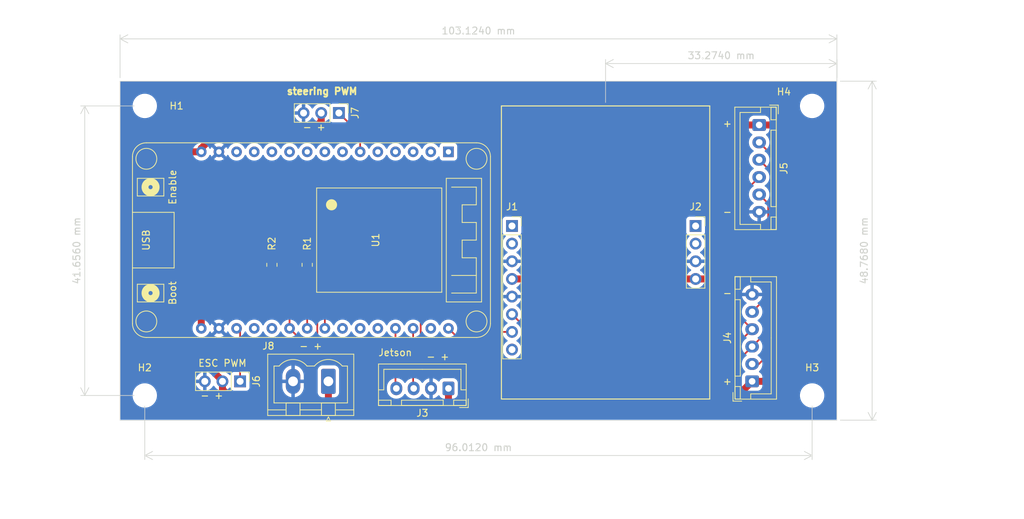
<source format=kicad_pcb>
(kicad_pcb (version 20221018) (generator pcbnew)
  (title_block (title "dirverless car midle board") (date "2023-11-16") (rev "1") (company "NTU Racing") (comment 1 "electrial group") (comment 2 "郭哲明"))
  (layers (0 "F.Cu" signal) (31 "B.Cu" signal) (34 "B.Paste" user) (35 "F.Paste" user) (36 "B.SilkS" user "B.Silkscreen") (37 "F.SilkS" user "F.Silkscreen") (38 "B.Mask" user) (39 "F.Mask" user) (44 "Edge.Cuts" user))
  (net 0 "")
  (net 3 "GND")
  (net 4 "+5V")
  (net 5 "IMU_SDA")
  (net 6 "IMU_SCL")
  (net 10 "hall_1")
  (net 11 "hall_2")
  (net 12 "ESC_PWM")
  (net 13 "steering_PWM")
  (net 14 "Tx")
  (net 15 "Rx")
  (net 29 "Net-(J4-Pin_2)")
  (net 30 "Net-(J4-Pin_5)")
  (net 35 "+3V3")
  (footprint "Connector_Phoenix_MSTB:PhoenixContact_MSTBVA_2,5_2-G-5,08_1x02_P5.08mm_Vertical" (layer "F.Cu") (at 92.456 90.424 180)
    (fp_text reference "J8" (at 8.636 5.08) (layer "F.SilkS"))
    (fp_text value "power")
    (fp_line (start -3.65 -4.91) (end -3.65 3.91) (stroke (width 0.12)) (layer "F.SilkS"))
    (fp_line (start -3.65 -4.1) (end -1.11 -4.1) (stroke (width 0.12)) (layer "F.SilkS"))
    (fp_line (start -3.65 3.91) (end 8.73 3.91) (stroke (width 0.12)) (layer "F.SilkS"))
    (fp_line (start -2.74 -3.1) (end 7.82 -3.1) (stroke (width 0.12)) (layer "F.SilkS"))
    (fp_line (start -2.74 2.2) (end -2.74 -3.1) (stroke (width 0.12)) (layer "F.SilkS"))
    (fp_line (start -2 2.2) (end -2.74 2.2) (stroke (width 0.12)) (layer "F.SilkS"))
    (fp_line (start -1 -4.91) (end 1 -4.91) (stroke (width 0.12)) (layer "F.SilkS"))
    (fp_line (start -1 -3.1) (end -1 -4.91) (stroke (width 0.12)) (layer "F.SilkS"))
    (fp_line (start -0.3 -5.71) (end 0.3 -5.71) (stroke (width 0.12)) (layer "F.SilkS"))
    (fp_line (start 0 -5.11) (end -0.3 -5.71) (stroke (width 0.12)) (layer "F.SilkS"))
    (fp_line (start 0.3 -5.71) (end 0 -5.11) (stroke (width 0.12)) (layer "F.SilkS"))
    (fp_line (start 1 -4.91) (end 1 -3.1) (stroke (width 0.12)) (layer "F.SilkS"))
    (fp_line (start 1 -4.1) (end 4.08 -4.1) (stroke (width 0.12)) (layer "F.SilkS"))
    (fp_line (start 1 -3.1) (end -1 -3.1) (stroke (width 0.12)) (layer "F.SilkS"))
    (fp_line (start 2 2.2) (end 3.08 2.2) (stroke (width 0.12)) (layer "F.SilkS"))
    (fp_line (start 4.08 -4.91) (end 6.08 -4.91) (stroke (width 0.12)) (layer "F.SilkS"))
    (fp_line (start 4.08 -3.1) (end 4.08 -4.91) (stroke (width 0.12)) (layer "F.SilkS"))
    (fp_line (start 6.08 -4.91) (end 6.08 -3.1) (stroke (width 0.12)) (layer "F.SilkS"))
    (fp_line (start 6.08 -3.1) (end 4.08 -3.1) (stroke (width 0.12)) (layer "F.SilkS"))
    (fp_line (start 7.82 -3.1) (end 7.82 2.2) (stroke (width 0.12)) (layer "F.SilkS"))
    (fp_line (start 7.82 2.2) (end 7.08 2.2) (stroke (width 0.12)) (layer "F.SilkS"))
    (fp_line (start 8.73 -4.91) (end -3.65 -4.91) (stroke (width 0.12)) (layer "F.SilkS"))
    (fp_line (start 8.73 -4.1) (end 6.19 -4.1) (stroke (width 0.12)) (layer "F.SilkS"))
    (fp_line (start 8.73 3.91) (end 8.73 -4.91) (stroke (width 0.12)) (layer "F.SilkS"))
    (fp_arc (start 1.986842 2.215821) (mid -0.010289 3.142758) (end -2 2.2) (stroke (width 0.12)) (layer "F.SilkS"))
    (fp_arc (start 7.066842 2.215821) (mid 5.069711 3.142758) (end 3.08 2.2) (stroke (width 0.12)) (layer "F.SilkS"))
    (pad "1" thru_hole roundrect (at 0 0 180) (size 2.08 3.6) (drill 1.4) (layers "*.Cu" "*.Mask") (roundrect_rratio 0.120192) (net 4 "+5V"))
    (pad "2" thru_hole oval (at 5.08 0 180) (size 2.08 3.6) (drill 1.4) (layers "*.Cu" "*.Mask") (net 3 "GND"))
  )
  (footprint "MountingHole:MountingHole_3mm" (layer "F.Cu") (at 66.04 50.8)
    (fp_text reference "H1" (at 4.572 0) (layer "F.SilkS"))
    (fp_text value "MountingHole")
    (pad "" np_thru_hole circle (at 0 0) (size 3 3) (drill 3) (layers "*.Cu" "*.Mask"))
  )
  (footprint "MountingHole:MountingHole_3mm" (layer "F.Cu") (at 162.052 92.456)
    (fp_text reference "H3" (at 0 -4) (layer "F.SilkS"))
    (fp_text value "MountingHole")
    (pad "" np_thru_hole circle (at 0 0) (size 3 3) (drill 3) (layers "*.Cu" "*.Mask"))
  )
  (footprint "Resistor_SMD:R_0805_2012Metric" (layer "F.Cu") (at 89.408 73.66 -90)
    (fp_text reference "R1" (at -3.048 0 90) (layer "F.SilkS"))
    (fp_text value "120")
    (fp_line (start -0.227064 -0.735) (end 0.227064 -0.735) (stroke (width 0.12)) (layer "F.SilkS"))
    (fp_line (start -0.227064 0.735) (end 0.227064 0.735) (stroke (width 0.12)) (layer "F.SilkS"))
    (pad "1" smd roundrect (at -0.9125 0 270) (size 1.025 1.4) (layers "F.Cu" "F.Paste" "F.Mask") (roundrect_rratio 0.243902) (net 35 "+3V3"))
    (pad "2" smd roundrect (at 0.9125 0 270) (size 1.025 1.4) (layers "F.Cu" "F.Paste" "F.Mask") (roundrect_rratio 0.243902) (net 6 "IMU_SCL"))
  )
  (footprint "customLibrary:esp32_devkit_v1_doit" (layer "F.Cu") (at 109.728 70.104 -90)
    (fp_text reference "U1" (at 0 10.47 90) (layer "F.SilkS"))
    (fp_text value "ESP32_DevKit_V1_DOIT")
    (fp_text user "Enable" (at -7.62 39.68 90) (layer "F.SilkS"))
    (fp_text user "USB" (at 0 43.49 90) (layer "F.SilkS"))
    (fp_text user "Boot" (at 7.62 39.68 90) (layer "F.SilkS"))
    (fp_line (start -14 -4.04) (end -14 43.46) (stroke (width 0.12)) (layer "F.SilkS"))
    (fp_line (start -12 -6.04) (end 12 -6.04) (stroke (width 0.12)) (layer "F.SilkS"))
    (fp_line (start -12 45.46) (end 12 45.46) (stroke (width 0.12)) (layer "F.SilkS"))
    (fp_line (start -8.89 -4.77) (end 8.89 -4.77) (stroke (width 0.12)) (layer "F.SilkS"))
    (fp_line (start -8.89 0.31) (end -8.89 -4.77) (stroke (width 0.12)) (layer "F.SilkS"))
    (fp_line (start -8.89 40.95) (end -6.35 40.95) (stroke (width 0.12)) (layer "F.SilkS"))
    (fp_line (start -8.89 44.76) (end -8.89 40.95) (stroke (width 0.12)) (layer "F.SilkS"))
    (fp_line (start -7.62 -4.008) (end -5.08 -4.008) (stroke (width 0.12)) (layer "F.SilkS"))
    (fp_line (start -7.62 -0.452) (end -7.62 -4.008) (stroke (width 0.12)) (layer "F.SilkS"))
    (fp_line (start -7.5 0.96) (end 7.5 0.96) (stroke (width 0.12)) (layer "F.SilkS"))
    (fp_line (start -7.5 18.96) (end -7.5 0.96) (stroke (width 0.12)) (layer "F.SilkS"))
    (fp_line (start -6.35 40.95) (end -6.35 44.76) (stroke (width 0.12)) (layer "F.SilkS"))
    (fp_line (start -6.35 44.76) (end -8.89 44.76) (stroke (width 0.12)) (layer "F.SilkS"))
    (fp_line (start -5.08 -4.008) (end -5.08 -1.976) (stroke (width 0.12)) (layer "F.SilkS"))
    (fp_line (start -5.08 -1.976) (end -2.54 -1.976) (stroke (width 0.12)) (layer "F.SilkS"))
    (fp_line (start -4 39.46) (end -4 45.46) (stroke (width 0.12)) (layer "F.SilkS"))
    (fp_line (start -4 39.46) (end 4 39.46) (stroke (width 0.12)) (layer "F.SilkS"))
    (fp_line (start -2.54 -4.008) (end 0 -4.008) (stroke (width 0.12)) (layer "F.SilkS"))
    (fp_line (start -2.54 -1.976) (end -2.54 -4.008) (stroke (width 0.12)) (layer "F.SilkS"))
    (fp_line (start 0 -4.008) (end 0 -1.976) (stroke (width 0.12)) (layer "F.SilkS"))
    (fp_line (start 0 -1.976) (end 2.54 -1.976) (stroke (width 0.12)) (layer "F.SilkS"))
    (fp_line (start 2.54 -4.008) (end 7.62 -4.008) (stroke (width 0.12)) (layer "F.SilkS"))
    (fp_line (start 2.54 -1.976) (end 2.54 -4.008) (stroke (width 0.12)) (layer "F.SilkS"))
    (fp_line (start 4 39.46) (end 4 45.46) (stroke (width 0.12)) (layer "F.SilkS"))
    (fp_line (start 5.08 -4.008) (end 5.08 -0.452) (stroke (width 0.12)) (layer "F.SilkS"))
    (fp_line (start 6.35 40.95) (end 8.89 40.95) (stroke (width 0.12)) (layer "F.SilkS"))
    (fp_line (start 6.35 44.76) (end 6.35 40.95) (stroke (width 0.12)) (layer "F.SilkS"))
    (fp_line (start 7.5 0.96) (end 7.5 18.96) (stroke (width 0.12)) (layer "F.SilkS"))
    (fp_line (start 7.5 18.96) (end -7.5 18.96) (stroke (width 0.12)) (layer "F.SilkS"))
    (fp_line (start 7.62 -4.008) (end 7.62 -0.452) (stroke (width 0.12)) (layer "F.SilkS"))
    (fp_line (start 8.89 -4.77) (end 8.89 0.31) (stroke (width 0.12)) (layer "F.SilkS"))
    (fp_line (start 8.89 0.31) (end -8.89 0.31) (stroke (width 0.12)) (layer "F.SilkS"))
    (fp_line (start 8.89 40.95) (end 8.89 44.76) (stroke (width 0.12)) (layer "F.SilkS"))
    (fp_line (start 8.89 44.76) (end 6.35 44.76) (stroke (width 0.12)) (layer "F.SilkS"))
    (fp_line (start 14 43.46) (end 14 -4.04) (stroke (width 0.12)) (layer "F.SilkS"))
    (fp_arc (start -14 -4.04) (mid -13.414214 -5.454214) (end -12 -6.04) (stroke (width 0.12)) (layer "F.SilkS"))
    (fp_arc (start -12 45.46) (mid -13.414214 44.874214) (end -14 43.46) (stroke (width 0.12)) (layer "F.SilkS"))
    (fp_arc (start 12 -6.04) (mid 13.414214 -5.454214) (end 14 -4.04) (stroke (width 0.12)) (layer "F.SilkS"))
    (fp_arc (start 14 43.46) (mid 13.414214 44.874214) (end 12 45.46) (stroke (width 0.12)) (layer "F.SilkS"))
    (fp_circle (center -11.7 -4.04) (end -10.2 -4.04) (stroke (width 0.12)) (fill none) (layer "F.SilkS"))
    (fp_circle (center -11.7 43.46) (end -10.2 43.46) (stroke (width 0.12)) (fill none) (layer "F.SilkS"))
    (fp_circle (center -7.62 42.855) (end -7.32 42.855) (stroke (width 1)) (fill none) (layer "F.SilkS"))
    (fp_circle (center -5.08 16.82) (end -4.68 16.82) (stroke (width 0.8)) (fill none) (layer "F.SilkS"))
    (fp_circle (center 7.62 42.855) (end 7.92 42.855) (stroke (width 1)) (fill none) (layer "F.SilkS"))
    (fp_circle (center 11.7 -4.04) (end 13.2 -4.04) (stroke (width 0.12)) (fill none) (layer "F.SilkS"))
    (fp_circle (center 11.7 43.46) (end 13.2 43.46) (stroke (width 0.12)) (fill none) (layer "F.SilkS"))
    (pad "1" thru_hole rect (at -12.7 0 270) (size 1.524 1.524) (drill 0.762) (layers "*.Cu" "*.Mask"))
    (pad "2" thru_hole circle (at -12.7 2.54 270) (size 1.524 1.524) (drill 0.762) (layers "*.Cu" "*.Mask"))
    (pad "3" thru_hole circle (at -12.7 5.08 270) (size 1.524 1.524) (drill 0.762) (layers "*.Cu" "*.Mask"))
    (pad "4" thru_hole circle (at -12.7 7.62 270) (size 1.524 1.524) (drill 0.762) (layers "*.Cu" "*.Mask"))
    (pad "5" thru_hole circle (at -12.7 10.16 270) (size 1.524 1.524) (drill 0.762) (layers "*.Cu" "*.Mask"))
    (pad "6" thru_hole circle (at -12.7 12.7 270) (size 1.524 1.524) (drill 0.762) (layers "*.Cu" "*.Mask") (net 13 "steering_PWM"))
    (pad "7" thru_hole circle (at -12.7 15.24 270) (size 1.524 1.524) (drill 0.762) (layers "*.Cu" "*.Mask"))
    (pad "8" thru_hole circle (at -12.7 17.78 270) (size 1.524 1.524) (drill 0.762) (layers "*.Cu" "*.Mask"))
    (pad "9" thru_hole circle (at -12.7 20.32 270) (size 1.524 1.524) (drill 0.762) (layers "*.Cu" "*.Mask"))
    (pad "10" thru_hole circle (at -12.7 22.86 270) (size 1.524 1.524) (drill 0.762) (layers "*.Cu" "*.Mask"))
    (pad "11" thru_hole circle (at -12.7 25.4 270) (size 1.524 1.524) (drill 0.762) (layers "*.Cu" "*.Mask"))
    (pad "12" thru_hole circle (at -12.7 27.94 270) (size 1.524 1.524) (drill 0.762) (layers "*.Cu" "*.Mask"))
    (pad "13" thru_hole circle (at -12.7 30.48 270) (size 1.524 1.524) (drill 0.762) (layers "*.Cu" "*.Mask"))
    (pad "14" thru_hole circle (at -12.7 33.02 270) (size 1.524 1.524) (drill 0.762) (layers "*.Cu" "*.Mask") (net 3 "GND"))
    (pad "15" thru_hole circle (at -12.7 35.56 270) (size 1.524 1.524) (drill 0.762) (layers "*.Cu" "*.Mask") (net 4 "+5V"))
    (pad "16" thru_hole circle (at 12.7 35.56 270) (size 1.524 1.524) (drill 0.762) (layers "*.Cu" "*.Mask") (net 35 "+3V3"))
    (pad "17" thru_hole circle (at 12.7 33.02 270) (size 1.524 1.524) (drill 0.762) (layers "*.Cu" "*.Mask") (net 3 "GND"))
    (pad "18" thru_hole circle (at 12.7 30.48 270) (size 1.524 1.524) (drill 0.762) (layers "*.Cu" "*.Mask") (net 12 "ESC_PWM"))
    (pad "19" thru_hole circle (at 12.7 27.94 270) (size 1.524 1.524) (drill 0.762) (layers "*.Cu" "*.Mask"))
    (pad "20" thru_hole circle (at 12.7 25.4 270) (size 1.524 1.524) (drill 0.762) (layers "*.Cu" "*.Mask"))
    (pad "21" thru_hole circle (at 12.7 22.86 270) (size 1.524 1.524) (drill 0.762) (layers "*.Cu" "*.Mask") (net 5 "IMU_SDA"))
    (pad "22" thru_hole circle (at 12.7 20.32 270) (size 1.524 1.524) (drill 0.762) (layers "*.Cu" "*.Mask") (net 6 "IMU_SCL"))
    (pad "23" thru_hole circle (at 12.7 17.78 270) (size 1.524 1.524) (drill 0.762) (layers "*.Cu" "*.Mask") (net 10 "hall_1"))
    (pad "24" thru_hole circle (at 12.7 15.24 270) (size 1.524 1.524) (drill 0.762) (layers "*.Cu" "*.Mask"))
    (pad "25" thru_hole circle (at 12.7 12.7 270) (size 1.524 1.524) (drill 0.762) (layers "*.Cu" "*.Mask"))
    (pad "26" thru_hole circle (at 12.7 10.16 270) (size 1.524 1.524) (drill 0.762) (layers "*.Cu" "*.Mask"))
    (pad "27" thru_hole circle (at 12.7 7.62 270) (size 1.524 1.524) (drill 0.762) (layers "*.Cu" "*.Mask") (net 15 "Rx"))
    (pad "28" thru_hole circle (at 12.7 5.08 270) (size 1.524 1.524) (drill 0.762) (layers "*.Cu" "*.Mask") (net 14 "Tx"))
    (pad "29" thru_hole circle (at 12.7 2.54 270) (size 1.524 1.524) (drill 0.762) (layers "*.Cu" "*.Mask"))
    (pad "30" thru_hole circle (at 12.7 0 270) (size 1.524 1.524) (drill 0.762) (layers "*.Cu" "*.Mask") (net 11 "hall_2"))
  )
  (footprint "Connector_PinHeader_2.54mm:PinHeader_1x03_P2.54mm_Vertical" (layer "F.Cu") (at 93.965 51.816 -90)
    (fp_text reference "J7" (at 0 -2.33 90) (layer "F.SilkS"))
    (fp_text value "steering")
    (fp_line (start -1.33 -1.33) (end 0 -1.33) (stroke (width 0.12)) (layer "F.SilkS"))
    (fp_line (start -1.33 0) (end -1.33 -1.33) (stroke (width 0.12)) (layer "F.SilkS"))
    (fp_line (start -1.33 1.27) (end -1.33 6.41) (stroke (width 0.12)) (layer "F.SilkS"))
    (fp_line (start -1.33 1.27) (end 1.33 1.27) (stroke (width 0.12)) (layer "F.SilkS"))
    (fp_line (start -1.33 6.41) (end 1.33 6.41) (stroke (width 0.12)) (layer "F.SilkS"))
    (fp_line (start 1.33 1.27) (end 1.33 6.41) (stroke (width 0.12)) (layer "F.SilkS"))
    (pad "1" thru_hole rect (at 0 0 270) (size 1.7 1.7) (drill 1) (layers "*.Cu" "*.Mask") (net 13 "steering_PWM"))
    (pad "2" thru_hole oval (at 0 2.54 270) (size 1.7 1.7) (drill 1) (layers "*.Cu" "*.Mask") (net 4 "+5V"))
    (pad "3" thru_hole oval (at 0 5.08 270) (size 1.7 1.7) (drill 1) (layers "*.Cu" "*.Mask") (net 3 "GND"))
  )
  (footprint "Connector_PinHeader_2.54mm:PinHeader_1x03_P2.54mm_Vertical" (layer "F.Cu") (at 79.756 90.424 -90)
    (fp_text reference "J6" (at 0 -2.33 90) (layer "F.SilkS"))
    (fp_text value "ESC")
    (fp_line (start -1.33 -1.33) (end 0 -1.33) (stroke (width 0.12)) (layer "F.SilkS"))
    (fp_line (start -1.33 0) (end -1.33 -1.33) (stroke (width 0.12)) (layer "F.SilkS"))
    (fp_line (start -1.33 1.27) (end -1.33 6.41) (stroke (width 0.12)) (layer "F.SilkS"))
    (fp_line (start -1.33 1.27) (end 1.33 1.27) (stroke (width 0.12)) (layer "F.SilkS"))
    (fp_line (start -1.33 6.41) (end 1.33 6.41) (stroke (width 0.12)) (layer "F.SilkS"))
    (fp_line (start 1.33 1.27) (end 1.33 6.41) (stroke (width 0.12)) (layer "F.SilkS"))
    (pad "1" thru_hole rect (at 0 0 270) (size 1.7 1.7) (drill 1) (layers "*.Cu" "*.Mask") (net 12 "ESC_PWM"))
    (pad "2" thru_hole oval (at 0 2.54 270) (size 1.7 1.7) (drill 1) (layers "*.Cu" "*.Mask") (net 4 "+5V"))
    (pad "3" thru_hole oval (at 0 5.08 270) (size 1.7 1.7) (drill 1) (layers "*.Cu" "*.Mask") (net 3 "GND"))
  )
  (footprint "Resistor_SMD:R_0805_2012Metric" (layer "F.Cu") (at 84.328 73.66 -90)
    (fp_text reference "R2" (at -3.048 0 90) (layer "F.SilkS"))
    (fp_text value "120")
    (fp_line (start -0.227064 -0.735) (end 0.227064 -0.735) (stroke (width 0.12)) (layer "F.SilkS"))
    (fp_line (start -0.227064 0.735) (end 0.227064 0.735) (stroke (width 0.12)) (layer "F.SilkS"))
    (pad "1" smd roundrect (at -0.9125 0 270) (size 1.025 1.4) (layers "F.Cu" "F.Paste" "F.Mask") (roundrect_rratio 0.243902) (net 35 "+3V3"))
    (pad "2" smd roundrect (at 0.9125 0 270) (size 1.025 1.4) (layers "F.Cu" "F.Paste" "F.Mask") (roundrect_rratio 0.243902) (net 5 "IMU_SDA"))
  )
  (footprint "Connector_PinSocket_2.54mm:PinSocket_1x04_P2.54mm_Vertical" (layer "F.Cu") (at 145.288 68.072)
    (fp_text reference "J2" (at 0 -2.77) (layer "F.SilkS"))
    (fp_text value "CMP10A_right")
    (fp_line (start -1.33 1.27) (end -1.33 8.95) (stroke (width 0.12)) (layer "F.SilkS"))
    (fp_line (start -1.33 1.27) (end 1.33 1.27) (stroke (width 0.12)) (layer "F.SilkS"))
    (fp_line (start -1.33 8.95) (end 1.33 8.95) (stroke (width 0.12)) (layer "F.SilkS"))
    (fp_line (start 0 -1.33) (end 1.33 -1.33) (stroke (width 0.12)) (layer "F.SilkS"))
    (fp_line (start 1.33 -1.33) (end 1.33 0) (stroke (width 0.12)) (layer "F.SilkS"))
    (fp_line (start 1.33 1.27) (end 1.33 8.95) (stroke (width 0.12)) (layer "F.SilkS"))
    (pad "1" thru_hole rect (at 0 0) (size 1.7 1.7) (drill 1) (layers "*.Cu" "*.Mask"))
    (pad "2" thru_hole oval (at 0 2.54) (size 1.7 1.7) (drill 1) (layers "*.Cu" "*.Mask"))
    (pad "3" thru_hole oval (at 0 5.08) (size 1.7 1.7) (drill 1) (layers "*.Cu" "*.Mask") (net 3 "GND"))
    (pad "4" thru_hole oval (at 0 7.62) (size 1.7 1.7) (drill 1) (layers "*.Cu" "*.Mask") (net 4 "+5V"))
  )
  (footprint "Connector_PinSocket_2.54mm:PinSocket_1x08_P2.54mm_Vertical" (layer "F.Cu") (at 118.872 68.072)
    (fp_text reference "J1" (at 0 -2.77) (layer "F.SilkS"))
    (fp_text value "CMP10A_left")
    (fp_line (start -1.33 1.27) (end -1.33 19.11) (stroke (width 0.12)) (layer "F.SilkS"))
    (fp_line (start -1.33 1.27) (end 1.33 1.27) (stroke (width 0.12)) (layer "F.SilkS"))
    (fp_line (start -1.33 19.11) (end 1.33 19.11) (stroke (width 0.12)) (layer "F.SilkS"))
    (fp_line (start 0 -1.33) (end 1.33 -1.33) (stroke (width 0.12)) (layer "F.SilkS"))
    (fp_line (start 1.33 -1.33) (end 1.33 0) (stroke (width 0.12)) (layer "F.SilkS"))
    (fp_line (start 1.33 1.27) (end 1.33 19.11) (stroke (width 0.12)) (layer "F.SilkS"))
    (pad "1" thru_hole rect (at 0 0) (size 1.7 1.7) (drill 1) (layers "*.Cu" "*.Mask"))
    (pad "2" thru_hole oval (at 0 2.54) (size 1.7 1.7) (drill 1) (layers "*.Cu" "*.Mask"))
    (pad "3" thru_hole oval (at 0 5.08) (size 1.7 1.7) (drill 1) (layers "*.Cu" "*.Mask") (net 3 "GND"))
    (pad "4" thru_hole oval (at 0 7.62) (size 1.7 1.7) (drill 1) (layers "*.Cu" "*.Mask") (net 4 "+5V"))
    (pad "5" thru_hole oval (at 0 10.16) (size 1.7 1.7) (drill 1) (layers "*.Cu" "*.Mask") (net 3 "GND"))
    (pad "6" thru_hole oval (at 0 12.7) (size 1.7 1.7) (drill 1) (layers "*.Cu" "*.Mask") (net 5 "IMU_SDA"))
    (pad "7" thru_hole oval (at 0 15.24) (size 1.7 1.7) (drill 1) (layers "*.Cu" "*.Mask") (net 6 "IMU_SCL"))
    (pad "8" thru_hole oval (at 0 17.78) (size 1.7 1.7) (drill 1) (layers "*.Cu" "*.Mask"))
  )
  (footprint "MountingHole:MountingHole_3mm" (layer "F.Cu") (at 162.052 50.8)
    (fp_text reference "H4" (at -4.064 -2.032) (layer "F.SilkS"))
    (fp_text value "MountingHole")
    (pad "" np_thru_hole circle (at 0 0) (size 3 3) (drill 3) (layers "*.Cu" "*.Mask"))
  )
  (footprint "Connector_JST:JST_XH_B4B-XH-A_1x04_P2.50mm_Vertical" (layer "F.Cu") (at 109.728 91.44 180)
    (fp_text reference "J3" (at 3.75 -3.55 180) (layer "F.SilkS"))
    (fp_text value "Jetson")
    (fp_line (start -2.85 -2.75) (end -2.85 -1.5) (stroke (width 0.12)) (layer "F.SilkS"))
    (fp_line (start -2.56 -2.46) (end -2.56 3.51) (stroke (width 0.12)) (layer "F.SilkS"))
    (fp_line (start -2.56 3.51) (end 10.06 3.51) (stroke (width 0.12)) (layer "F.SilkS"))
    (fp_line (start -2.55 -2.45) (end -2.55 -1.7) (stroke (width 0.12)) (layer "F.SilkS"))
    (fp_line (start -2.55 -1.7) (end -0.75 -1.7) (stroke (width 0.12)) (layer "F.SilkS"))
    (fp_line (start -2.55 -0.2) (end -1.8 -0.2) (stroke (width 0.12)) (layer "F.SilkS"))
    (fp_line (start -1.8 -0.2) (end -1.8 2.75) (stroke (width 0.12)) (layer "F.SilkS"))
    (fp_line (start -1.8 2.75) (end 3.75 2.75) (stroke (width 0.12)) (layer "F.SilkS"))
    (fp_line (start -1.6 -2.75) (end -2.85 -2.75) (stroke (width 0.12)) (layer "F.SilkS"))
    (fp_line (start -0.75 -2.45) (end -2.55 -2.45) (stroke (width 0.12)) (layer "F.SilkS"))
    (fp_line (start -0.75 -1.7) (end -0.75 -2.45) (stroke (width 0.12)) (layer "F.SilkS"))
    (fp_line (start 0.75 -2.45) (end 0.75 -1.7) (stroke (width 0.12)) (layer "F.SilkS"))
    (fp_line (start 0.75 -1.7) (end 6.75 -1.7) (stroke (width 0.12)) (layer "F.SilkS"))
    (fp_line (start 6.75 -2.45) (end 0.75 -2.45) (stroke (width 0.12)) (layer "F.SilkS"))
    (fp_line (start 6.75 -1.7) (end 6.75 -2.45) (stroke (width 0.12)) (layer "F.SilkS"))
    (fp_line (start 8.25 -2.45) (end 8.25 -1.7) (stroke (width 0.12)) (layer "F.SilkS"))
    (fp_line (start 8.25 -1.7) (end 10.05 -1.7) (stroke (width 0.12)) (layer "F.SilkS"))
    (fp_line (start 9.3 -0.2) (end 9.3 2.75) (stroke (width 0.12)) (layer "F.SilkS"))
    (fp_line (start 9.3 2.75) (end 3.75 2.75) (stroke (width 0.12)) (layer "F.SilkS"))
    (fp_line (start 10.05 -2.45) (end 8.25 -2.45) (stroke (width 0.12)) (layer "F.SilkS"))
    (fp_line (start 10.05 -1.7) (end 10.05 -2.45) (stroke (width 0.12)) (layer "F.SilkS"))
    (fp_line (start 10.05 -0.2) (end 9.3 -0.2) (stroke (width 0.12)) (layer "F.SilkS"))
    (fp_line (start 10.06 -2.46) (end -2.56 -2.46) (stroke (width 0.12)) (layer "F.SilkS"))
    (fp_line (start 10.06 3.51) (end 10.06 -2.46) (stroke (width 0.12)) (layer "F.SilkS"))
    (pad "1" thru_hole roundrect (at 0 0 180) (size 1.7 1.95) (drill 0.95) (layers "*.Cu" "*.Mask") (roundrect_rratio 0.147059) (net 4 "+5V"))
    (pad "2" thru_hole oval (at 2.5 0 180) (size 1.7 1.95) (drill 0.95) (layers "*.Cu" "*.Mask") (net 3 "GND"))
    (pad "3" thru_hole oval (at 5 0 180) (size 1.7 1.95) (drill 0.95) (layers "*.Cu" "*.Mask") (net 14 "Tx"))
    (pad "4" thru_hole oval (at 7.5 0 180) (size 1.7 1.95) (drill 0.95) (layers "*.Cu" "*.Mask") (net 15 "Rx"))
  )
  (footprint "MountingHole:MountingHole_3mm" (layer "F.Cu") (at 66.04 92.456)
    (fp_text reference "H2" (at 0 -4) (layer "F.SilkS"))
    (fp_text value "MountingHole")
    (pad "" np_thru_hole circle (at 0 0) (size 3 3) (drill 3) (layers "*.Cu" "*.Mask"))
  )
  (footprint "Connector_JST:JST_XH_B6B-XH-A_1x06_P2.50mm_Vertical" (layer "F.Cu") (at 153.416 90.424 90)
    (fp_text reference "J4" (at 6.25 -3.55 90) (layer "F.SilkS"))
    (fp_text value "hall_ESC")
    (fp_line (start -2.85 -2.75) (end -2.85 -1.5) (stroke (width 0.12)) (layer "F.SilkS"))
    (fp_line (start -2.56 -2.46) (end -2.56 3.51) (stroke (width 0.12)) (layer "F.SilkS"))
    (fp_line (start -2.56 3.51) (end 15.06 3.51) (stroke (width 0.12)) (layer "F.SilkS"))
    (fp_line (start -2.55 -2.45) (end -2.55 -1.7) (stroke (width 0.12)) (layer "F.SilkS"))
    (fp_line (start -2.55 -1.7) (end -0.75 -1.7) (stroke (width 0.12)) (layer "F.SilkS"))
    (fp_line (start -2.55 -0.2) (end -1.8 -0.2) (stroke (width 0.12)) (layer "F.SilkS"))
    (fp_line (start -1.8 -0.2) (end -1.8 2.75) (stroke (width 0.12)) (layer "F.SilkS"))
    (fp_line (start -1.8 2.75) (end 6.25 2.75) (stroke (width 0.12)) (layer "F.SilkS"))
    (fp_line (start -1.6 -2.75) (end -2.85 -2.75) (stroke (width 0.12)) (layer "F.SilkS"))
    (fp_line (start -0.75 -2.45) (end -2.55 -2.45) (stroke (width 0.12)) (layer "F.SilkS"))
    (fp_line (start -0.75 -1.7) (end -0.75 -2.45) (stroke (width 0.12)) (layer "F.SilkS"))
    (fp_line (start 0.75 -2.45) (end 0.75 -1.7) (stroke (width 0.12)) (layer "F.SilkS"))
    (fp_line (start 0.75 -1.7) (end 11.75 -1.7) (stroke (width 0.12)) (layer "F.SilkS"))
    (fp_line (start 11.75 -2.45) (end 0.75 -2.45) (stroke (width 0.12)) (layer "F.SilkS"))
    (fp_line (start 11.75 -1.7) (end 11.75 -2.45) (stroke (width 0.12)) (layer "F.SilkS"))
    (fp_line (start 13.25 -2.45) (end 13.25 -1.7) (stroke (width 0.12)) (layer "F.SilkS"))
    (fp_line (start 13.25 -1.7) (end 15.05 -1.7) (stroke (width 0.12)) (layer "F.SilkS"))
    (fp_line (start 14.3 -0.2) (end 14.3 2.75) (stroke (width 0.12)) (layer "F.SilkS"))
    (fp_line (start 14.3 2.75) (end 6.25 2.75) (stroke (width 0.12)) (layer "F.SilkS"))
    (fp_line (start 15.05 -2.45) (end 13.25 -2.45) (stroke (width 0.12)) (layer "F.SilkS"))
    (fp_line (start 15.05 -1.7) (end 15.05 -2.45) (stroke (width 0.12)) (layer "F.SilkS"))
    (fp_line (start 15.05 -0.2) (end 14.3 -0.2) (stroke (width 0.12)) (layer "F.SilkS"))
    (fp_line (start 15.06 -2.46) (end -2.56 -2.46) (stroke (width 0.12)) (layer "F.SilkS"))
    (fp_line (start 15.06 3.51) (end 15.06 -2.46) (stroke (width 0.12)) (layer "F.SilkS"))
    (pad "1" thru_hole roundrect (at 0 0 90) (size 1.7 1.95) (drill 0.95) (layers "*.Cu" "*.Mask") (roundrect_rratio 0.147059) (net 4 "+5V"))
    (pad "2" thru_hole oval (at 2.5 0 90) (size 1.7 1.95) (drill 0.95) (layers "*.Cu" "*.Mask") (net 29 "Net-(J4-Pin_2)"))
    (pad "3" thru_hole oval (at 5 0 90) (size 1.7 1.95) (drill 0.95) (layers "*.Cu" "*.Mask") (net 10 "hall_1"))
    (pad "4" thru_hole oval (at 7.5 0 90) (size 1.7 1.95) (drill 0.95) (layers "*.Cu" "*.Mask") (net 11 "hall_2"))
    (pad "5" thru_hole oval (at 10 0 90) (size 1.7 1.95) (drill 0.95) (layers "*.Cu" "*.Mask") (net 30 "Net-(J4-Pin_5)"))
    (pad "6" thru_hole oval (at 12.5 0 90) (size 1.7 1.95) (drill 0.95) (layers "*.Cu" "*.Mask") (net 3 "GND"))
  )
  (footprint "Connector_JST:JST_XH_B6B-XH-A_1x06_P2.50mm_Vertical" (layer "F.Cu") (at 154.432 53.54 -90)
    (fp_text reference "J5" (at 6.25 -3.55 -90) (layer "F.SilkS"))
    (fp_text value "hall_motor")
    (fp_line (start -2.85 -2.75) (end -2.85 -1.5) (stroke (width 0.12)) (layer "F.SilkS"))
    (fp_line (start -2.56 -2.46) (end -2.56 3.51) (stroke (width 0.12)) (layer "F.SilkS"))
    (fp_line (start -2.56 3.51) (end 15.06 3.51) (stroke (width 0.12)) (layer "F.SilkS"))
    (fp_line (start -2.55 -2.45) (end -2.55 -1.7) (stroke (width 0.12)) (layer "F.SilkS"))
    (fp_line (start -2.55 -1.7) (end -0.75 -1.7) (stroke (width 0.12)) (layer "F.SilkS"))
    (fp_line (start -2.55 -0.2) (end -1.8 -0.2) (stroke (width 0.12)) (layer "F.SilkS"))
    (fp_line (start -1.8 -0.2) (end -1.8 2.75) (stroke (width 0.12)) (layer "F.SilkS"))
    (fp_line (start -1.8 2.75) (end 6.25 2.75) (stroke (width 0.12)) (layer "F.SilkS"))
    (fp_line (start -1.6 -2.75) (end -2.85 -2.75) (stroke (width 0.12)) (layer "F.SilkS"))
    (fp_line (start -0.75 -2.45) (end -2.55 -2.45) (stroke (width 0.12)) (layer "F.SilkS"))
    (fp_line (start -0.75 -1.7) (end -0.75 -2.45) (stroke (width 0.12)) (layer "F.SilkS"))
    (fp_line (start 0.75 -2.45) (end 0.75 -1.7) (stroke (width 0.12)) (layer "F.SilkS"))
    (fp_line (start 0.75 -1.7) (end 11.75 -1.7) (stroke (width 0.12)) (layer "F.SilkS"))
    (fp_line (start 11.75 -2.45) (end 0.75 -2.45) (stroke (width 0.12)) (layer "F.SilkS"))
    (fp_line (start 11.75 -1.7) (end 11.75 -2.45) (stroke (width 0.12)) (layer "F.SilkS"))
    (fp_line (start 13.25 -2.45) (end 13.25 -1.7) (stroke (width 0.12)) (layer "F.SilkS"))
    (fp_line (start 13.25 -1.7) (end 15.05 -1.7) (stroke (width 0.12)) (layer "F.SilkS"))
    (fp_line (start 14.3 -0.2) (end 14.3 2.75) (stroke (width 0.12)) (layer "F.SilkS"))
    (fp_line (start 14.3 2.75) (end 6.25 2.75) (stroke (width 0.12)) (layer "F.SilkS"))
    (fp_line (start 15.05 -2.45) (end 13.25 -2.45) (stroke (width 0.12)) (layer "F.SilkS"))
    (fp_line (start 15.05 -1.7) (end 15.05 -2.45) (stroke (width 0.12)) (layer "F.SilkS"))
    (fp_line (start 15.05 -0.2) (end 14.3 -0.2) (stroke (width 0.12)) (layer "F.SilkS"))
    (fp_line (start 15.06 -2.46) (end -2.56 -2.46) (stroke (width 0.12)) (layer "F.SilkS"))
    (fp_line (start 15.06 3.51) (end 15.06 -2.46) (stroke (width 0.12)) (layer "F.SilkS"))
    (pad "1" thru_hole roundrect (at 0 0 270) (size 1.7 1.95) (drill 0.95) (layers "*.Cu" "*.Mask") (roundrect_rratio 0.147059) (net 4 "+5V"))
    (pad "2" thru_hole oval (at 2.5 0 270) (size 1.7 1.95) (drill 0.95) (layers "*.Cu" "*.Mask") (net 29 "Net-(J4-Pin_2)"))
    (pad "3" thru_hole oval (at 5 0 270) (size 1.7 1.95) (drill 0.95) (layers "*.Cu" "*.Mask") (net 10 "hall_1"))
    (pad "4" thru_hole oval (at 7.5 0 270) (size 1.7 1.95) (drill 0.95) (layers "*.Cu" "*.Mask") (net 11 "hall_2"))
    (pad "5" thru_hole oval (at 10 0 270) (size 1.7 1.95) (drill 0.95) (layers "*.Cu" "*.Mask") (net 30 "Net-(J4-Pin_5)"))
    (pad "6" thru_hole oval (at 12.5 0 270) (size 1.7 1.95) (drill 0.95) (layers "*.Cu" "*.Mask") (net 3 "GND"))
  )
  (gr_line (start 147.32 50.8) (end 117.348 50.8) (stroke (width 0.15)) (layer "F.SilkS"))
  (gr_line (start 117.348 50.8) (end 117.348 92.964) (stroke (width 0.15)) (layer "F.SilkS"))
  (gr_line (start 147.32 92.964) (end 147.32 50.8) (stroke (width 0.15)) (layer "F.SilkS"))
  (gr_line (start 117.348 92.964) (end 147.32 92.964) (stroke (width 0.15)) (layer "F.SilkS"))
  (gr_rect (start 62.484 47.244) (end 165.608 96.012) (stroke (width 0.1)) (fill none) (layer "Edge.Cuts"))
  (gr_text "-" (at 149.86 66.04) (layer "F.SilkS") (effects (font (size 1 1))))
  (gr_text "-" (at 149.86 77.724) (layer "F.SilkS") (effects (font (size 1 1))))
  (gr_text "- +" (at 75.692 92.456) (layer "F.SilkS") (effects (font (size 1 1))))
  (gr_text "Jetson" (at 99.568 86.868) (layer "F.SilkS") (effects (font (size 1 1)) (justify left bottom)))
  (gr_text "+" (at 149.86 90.424) (layer "F.SilkS") (effects (font (size 1 1))))
  (gr_text "ESC PWM\n" (at 73.66 88.392) (layer "F.SilkS") (effects (font (size 1 1)) (justify left bottom)))
  (gr_text "- +" (at 89.916 85.344) (layer "F.SilkS") (effects (font (size 1 1))))
  (gr_text "- +" (at 90.409 53.848) (layer "F.SilkS") (effects (font (size 1 1))))
  (gr_text "- +" (at 108.204 86.868) (layer "F.SilkS") (effects (font (size 1 1))))
  (gr_text "+" (at 149.86 53.34) (layer "F.SilkS") (effects (font (size 1 1))))
  (gr_text "steering PWM\n" (at 86.36 49.276) (layer "F.SilkS") (effects (font (size 1 1) (thickness 0.3)) (justify left bottom)))
  (dimension (type aligned) (layer "Edge.Cuts") (pts (xy 66.04 50.8) (xy 66.04 92.456)) (height 8.636) (gr_text "41.6560 mm" (at 56.254 71.628 90) (layer "Edge.Cuts") (effects (font (size 1 1) (thickness 0.15)))) (format (prefix "") (suffix "") (units 3) (units_format 1) (precision 4)) (style (thickness 0.1) (arrow_length 1.27) (text_position_mode 0) (extension_height 0.58642) (extension_offset 0.5) keep_text_aligned))
  (dimension (type aligned) (layer "Edge.Cuts") (pts (xy 165.608 47.244) (xy 62.484 47.244)) (height 6.096) (gr_text "103.1240 mm" (at 114.046 39.998) (layer "Edge.Cuts") (effects (font (size 1 1) (thickness 0.15)))) (format (prefix "") (suffix "") (units 3) (units_format 1) (precision 4)) (style (thickness 0.1) (arrow_length 1.27) (text_position_mode 0) (extension_height 0.58642) (extension_offset 0.5) keep_text_aligned))
  (dimension (type aligned) (layer "Edge.Cuts") (pts (xy 165.608 47.244) (xy 165.608 96.012)) (height -5.08) (gr_text "48.7680 mm" (at 169.538 71.628 90) (layer "Edge.Cuts") (effects (font (size 1 1) (thickness 0.15)))) (format (prefix "") (suffix "") (units 3) (units_format 1) (precision 4)) (style (thickness 0.1) (arrow_length 1.27) (text_position_mode 0) (extension_height 0.58642) (extension_offset 0.5) keep_text_aligned))
  (dimension (type aligned) (layer "Edge.Cuts") (pts (xy 132.334 50.8) (xy 165.608 50.8)) (height -6.096) (gr_text "33.2740 mm" (at 148.971 43.554) (layer "Edge.Cuts") (effects (font (size 1 1) (thickness 0.15)))) (format (prefix "") (suffix "") (units 3) (units_format 1) (precision 4)) (style (thickness 0.1) (arrow_length 1.27) (text_position_mode 0) (extension_height 0.58642) (extension_offset 0.5) keep_text_aligned))
  (dimension (type aligned) (layer "Edge.Cuts") (pts (xy 162.052 92.456) (xy 66.04 92.456)) (height -8.636) (gr_text "96.0120 mm" (at 114.046 99.942) (layer "Edge.Cuts") (effects (font (size 1 1) (thickness 0.15)))) (format (prefix "") (suffix "") (units 3) (units_format 1) (precision 4)) (style (thickness 0.1) (arrow_length 1.27) (text_position_mode 0) (extension_height 0.58642) (extension_offset 0.5) keep_text_aligned))
  (segment (start 74.168 56.896) (end 74.168 57.404) (width 1) (layer "F.Cu") (net 4))
  (segment (start 154.432 53.54) (end 152.2 53.54) (width 1) (layer "F.Cu") (net 4))
  (segment (start 91.425 53.018081) (end 90.087081 54.356) (width 1) (layer "F.Cu") (net 4))
  (segment (start 70.612 83.82) (end 75.366 88.574) (width 1) (layer "F.Cu") (net 4))
  (segment (start 150.368 93.472) (end 153.416 90.424) (width 1) (layer "F.Cu") (net 4))
  (segment (start 109.728 93.472) (end 109.728 91.44) (width 1) (layer "F.Cu") (net 4))
  (segment (start 91.425 51.816) (end 91.425 53.018081) (width 1) (layer "F.Cu") (net 4))
  (segment (start 75.442296 88.574) (end 77.216 90.347704) (width 1) (layer "F.Cu") (net 4))
  (segment (start 74.168 57.404) (end 72.644 57.404) (width 1) (layer "F.Cu") (net 4))
  (segment (start 77.216 90.347704) (end 77.216 90.424) (width 1) (layer "F.Cu") (net 4))
  (segment (start 160.528 57.404) (end 160.528 84.964396) (width 1) (layer "F.Cu") (net 4))
  (segment (start 156.664 53.54) (end 160.528 57.404) (width 1) (layer "F.Cu") (net 4))
  (segment (start 92.456 90.424) (end 92.456 94.488) (width 1) (layer "F.Cu") (net 4))
  (segment (start 118.872 75.692) (end 145.288 75.692) (width 1) (layer "F.Cu") (net 4))
  (segment (start 109.728 93.472) (end 150.368 93.472) (width 1) (layer "F.Cu") (net 4))
  (segment (start 146.812 75.692) (end 145.288 75.692) (width 1) (layer "F.Cu") (net 4))
  (segment (start 72.644 57.404) (end 70.612 59.436) (width 1) (layer "F.Cu") (net 4))
  (segment (start 92.456 94.488) (end 108.712 94.488) (width 1) (layer "F.Cu") (net 4))
  (segment (start 148.336 57.404) (end 148.336 74.168) (width 1) (layer "F.Cu") (net 4))
  (segment (start 155.068396 90.424) (end 153.416 90.424) (width 1) (layer "F.Cu") (net 4))
  (segment (start 154.432 53.54) (end 156.664 53.54) (width 1) (layer "F.Cu") (net 4))
  (segment (start 75.366 88.574) (end 75.442296 88.574) (width 1) (layer "F.Cu") (net 4))
  (segment (start 80.12 94.488) (end 92.456 94.488) (width 1) (layer "F.Cu") (net 4))
  (segment (start 77.216 91.584) (end 77.216 90.424) (width 1) (layer "F.Cu") (net 4))
  (segment (start 148.336 74.168) (end 146.812 75.692) (width 1) (layer "F.Cu") (net 4))
  (segment (start 70.612 59.436) (end 70.612 83.82) (width 1) (layer "F.Cu") (net 4))
  (segment (start 152.2 53.54) (end 148.336 57.404) (width 1) (layer "F.Cu") (net 4))
  (segment (start 76.708 54.356) (end 74.168 56.896) (width 1) (layer "F.Cu") (net 4))
  (segment (start 77.216 91.584) (end 80.12 94.488) (width 1) (layer "F.Cu") (net 4))
  (segment (start 160.528 84.964396) (end 155.068396 90.424) (width 1) (layer "F.Cu") (net 4))
  (segment (start 90.087081 54.356) (end 76.708 54.356) (width 1) (layer "F.Cu") (net 4))
  (segment (start 108.712 94.488) (end 109.728 93.472) (width 1) (layer "F.Cu") (net 4))
  (segment (start 90.861 83.891) (end 89.916 84.836) (width 0.25) (layer "F.Cu") (net 5))
  (segment (start 118.872 80.772) (end 121.412 83.312) (width 0.25) (layer "F.Cu") (net 5))
  (segment (start 121.412 86.868) (end 120.396 87.884) (width 0.25) (layer "F.Cu") (net 5))
  (segment (start 112.268 81.28) (end 105.156 74.168) (width 0.25) (layer "F.Cu") (net 5))
  (segment (start 86.868 82.804) (end 86.868 77.1125) (width 0.25) (layer "F.Cu") (net 5))
  (segment (start 93.98 74.168) (end 90.861 77.287) (width 0.25) (layer "F.Cu") (net 5))
  (segment (start 89.916 84.836) (end 88.9 84.836) (width 0.25) (layer "F.Cu") (net 5))
  (segment (start 105.156 74.168) (end 93.98 74.168) (width 0.25) (layer "F.Cu") (net 5))
  (segment (start 88.9 84.836) (end 86.868 82.804) (width 0.25) (layer "F.Cu") (net 5))
  (segment (start 90.861 77.287) (end 90.861 83.891) (width 0.25) (layer "F.Cu") (net 5))
  (segment (start 86.868 77.1125) (end 84.328 74.5725) (width 0.25) (layer "F.Cu") (net 5))
  (segment (start 112.268 82.804) (end 112.268 81.28) (width 0.25) (layer "F.Cu") (net 5))
  (segment (start 120.396 87.884) (end 117.348 87.884) (width 0.25) (layer "F.Cu") (net 5))
  (segment (start 117.348 87.884) (end 112.268 82.804) (width 0.25) (layer "F.Cu") (net 5))
  (segment (start 121.412 83.312) (end 121.412 86.868) (width 0.25) (layer "F.Cu") (net 5))
  (segment (start 116.84 83.312) (end 118.872 83.312) (width 0.25) (layer "F.Cu") (net 6))
  (segment (start 90.0195 74.5725) (end 92.964 71.628) (width 0.25) (layer "F.Cu") (net 6))
  (segment (start 89.408 74.5725) (end 90.0195 74.5725) (width 0.25) (layer "F.Cu") (net 6))
  (segment (start 92.964 71.628) (end 105.156 71.628) (width 0.25) (layer "F.Cu") (net 6))
  (segment (start 89.408 74.5725) (end 89.408 82.804) (width 0.25) (layer "F.Cu") (net 6))
  (segment (start 105.156 71.628) (end 116.84 83.312) (width 0.25) (layer "F.Cu") (net 6))
  (segment (start 93.98 77.216) (end 91.948 79.248) (width 0.25) (layer "F.Cu") (net 10))
  (segment (start 157.48 81.36) (end 157.48 61.588) (width 0.25) (layer "F.Cu") (net 10))
  (segment (start 105.735 84.399) (end 105.735 78.811) (width 0.25) (layer "F.Cu") (net 10))
  (segment (start 112.776 91.44) (end 105.735 84.399) (width 0.25) (layer "F.Cu") (net 10))
  (segment (start 147.4 91.44) (end 112.776 91.44) (width 0.25) (layer "F.Cu") (net 10))
  (segment (start 91.948 79.248) (end 91.948 82.804) (width 0.25) (layer "F.Cu") (net 10))
  (segment (start 104.14 77.216) (end 93.98 77.216) (width 0.25) (layer "F.Cu") (net 10))
  (segment (start 153.416 85.424) (end 147.4 91.44) (width 0.25) (layer "F.Cu") (net 10))
  (segment (start 157.48 61.588) (end 154.432 58.54) (width 0.25) (layer "F.Cu") (net 10))
  (segment (start 153.416 85.424) (end 157.48 81.36) (width 0.25) (layer "F.Cu") (net 10))
  (segment (start 105.735 78.811) (end 104.14 77.216) (width 0.25) (layer "F.Cu") (net 10))
  (segment (start 149.86 79.368) (end 153.416 82.924) (width 0.25) (layer "F.Cu") (net 11))
  (segment (start 149.98 86.36) (end 149.86 86.36) (width 0.25) (layer "F.Cu") (net 11))
  (segment (start 149.86 65.612) (end 149.86 79.368) (width 0.25) (layer "F.Cu") (net 11))
  (segment (start 154.432 61.04) (end 149.86 65.612) (width 0.25) (layer "F.Cu") (net 11))
  (segment (start 149.86 86.36) (end 147.32 88.9) (width 0.25) (layer "F.Cu") (net 11))
  (segment (start 153.416 82.924) (end 149.98 86.36) (width 0.25) (layer "F.Cu") (net 11))
  (segment (start 147.32 88.9) (end 115.824 88.9) (width 0.25) (layer "F.Cu") (net 11))
  (segment (start 115.824 88.9) (end 109.728 82.804) (width 0.25) (layer "F.Cu") (net 11))
  (segment (start 79.756 83.312) (end 79.248 82.804) (width 0.25) (layer "F.Cu") (net 12))
  (segment (start 79.756 90.424) (end 79.756 83.312) (width 0.25) (layer "F.Cu") (net 12))
  (segment (start 97.028 54.879) (end 93.965 51.816) (width 0.25) (layer "F.Cu") (net 13))
  (segment (start 97.028 57.404) (end 97.028 54.879) (width 0.25) (layer "F.Cu") (net 13))
  (segment (start 104.648 91.36) (end 104.728 91.44) (width 0.25) (layer "F.Cu") (net 14))
  (segment (start 104.648 82.804) (end 104.648 91.36) (width 0.25) (layer "F.Cu") (net 14))
  (segment (start 102.108 91.32) (end 102.108 82.804) (width 0.25) (layer "F.Cu") (net 15))
  (segment (start 102.228 91.44) (end 102.108 91.32) (width 0.25) (layer "F.Cu") (net 15))
  (segment (start 154.432 56.04) (end 159.004 60.612) (width 0.25) (layer "F.Cu") (net 29))
  (segment (start 159.004 83.312) (end 154.392 87.924) (width 0.25) (layer "F.Cu") (net 29))
  (segment (start 159.004 60.612) (end 159.004 83.312) (width 0.25) (layer "F.Cu") (net 29))
  (segment (start 154.392 87.924) (end 153.416 87.924) (width 0.25) (layer "F.Cu") (net 29))
  (segment (start 153.416 80.424) (end 155.732 78.108) (width 0.25) (layer "F.Cu") (net 30))
  (segment (start 155.732 78.108) (end 155.732 64.84) (width 0.25) (layer "F.Cu") (net 30))
  (segment (start 155.732 64.84) (end 154.432 63.54) (width 0.25) (layer "F.Cu") (net 30))
  (segment (start 89.408 72.7475) (end 84.328 72.7475) (width 1) (layer "F.Cu") (net 35))
  (segment (start 84.328 72.7475) (end 81.6845 72.7475) (width 1) (layer "F.Cu") (net 35))
  (segment (start 74.168 80.264) (end 74.168 82.804) (width 1) (layer "F.Cu") (net 35))
  (segment (start 81.6845 72.7475) (end 74.168 80.264) (width 1) (layer "F.Cu") (net 35))
  (zone (net 3) (net_name "GND") (layer "B.Cu") (connect_pads (clearance 0.5)) (min_thickness 0.25) (fill yes (thermal_gap 0.5) (thermal_bridge_width 0.5))
    (polygon (pts (xy 189.992 40.64) (xy 192.532 108.712) (xy 45.212 110.236) (xy 46.736 36.068) (xy 167.64 35.56)))
  )
)
</source>
